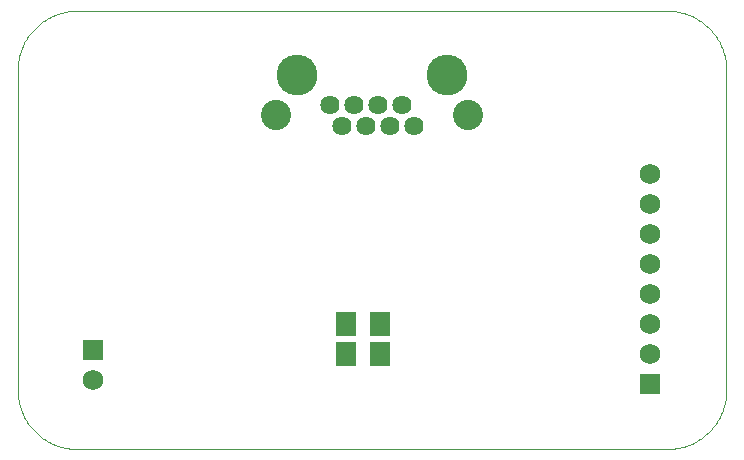
<source format=gts>
G04 EAGLE Gerber RS-274X export*
G75*
%MOMM*%
%FSLAX34Y34*%
%LPD*%
%INSolder Mask top*%
%IPPOS*%
%AMOC8*
5,1,8,0,0,1.08239X$1,22.5*%
G01*
%ADD10C,0.000000*%
%ADD11R,1.733200X1.733200*%
%ADD12C,1.733200*%
%ADD13R,1.803200X2.006200*%
%ADD14C,3.454400*%
%ADD15C,1.625600*%
%ADD16C,2.565400*%


D10*
X0Y321000D02*
X0Y50000D01*
X15Y48792D01*
X58Y47584D01*
X131Y46378D01*
X233Y45174D01*
X365Y43973D01*
X525Y42776D01*
X714Y41582D01*
X931Y40394D01*
X1178Y39211D01*
X1453Y38034D01*
X1756Y36865D01*
X2088Y35703D01*
X2447Y34549D01*
X2834Y33405D01*
X3249Y32270D01*
X3691Y31145D01*
X4160Y30032D01*
X4656Y28930D01*
X5179Y27840D01*
X5727Y26764D01*
X6302Y25701D01*
X6902Y24652D01*
X7527Y23618D01*
X8176Y22599D01*
X8851Y21597D01*
X9549Y20611D01*
X10271Y19642D01*
X11016Y18691D01*
X11784Y17758D01*
X12574Y16844D01*
X13387Y15949D01*
X14220Y15074D01*
X15074Y14220D01*
X15949Y13387D01*
X16844Y12574D01*
X17758Y11784D01*
X18691Y11016D01*
X19642Y10271D01*
X20611Y9549D01*
X21597Y8851D01*
X22599Y8176D01*
X23618Y7527D01*
X24652Y6902D01*
X25701Y6302D01*
X26764Y5727D01*
X27840Y5179D01*
X28930Y4656D01*
X30032Y4160D01*
X31145Y3691D01*
X32270Y3249D01*
X33405Y2834D01*
X34549Y2447D01*
X35703Y2088D01*
X36865Y1756D01*
X38034Y1453D01*
X39211Y1178D01*
X40394Y931D01*
X41582Y714D01*
X42776Y525D01*
X43973Y365D01*
X45174Y233D01*
X46378Y131D01*
X47584Y58D01*
X48792Y15D01*
X50000Y0D01*
X550000Y0D01*
X551208Y15D01*
X552416Y58D01*
X553622Y131D01*
X554826Y233D01*
X556027Y365D01*
X557224Y525D01*
X558418Y714D01*
X559606Y931D01*
X560789Y1178D01*
X561966Y1453D01*
X563135Y1756D01*
X564297Y2088D01*
X565451Y2447D01*
X566595Y2834D01*
X567730Y3249D01*
X568855Y3691D01*
X569968Y4160D01*
X571070Y4656D01*
X572160Y5179D01*
X573236Y5727D01*
X574299Y6302D01*
X575348Y6902D01*
X576382Y7527D01*
X577401Y8176D01*
X578403Y8851D01*
X579389Y9549D01*
X580358Y10271D01*
X581309Y11016D01*
X582242Y11784D01*
X583156Y12574D01*
X584051Y13387D01*
X584926Y14220D01*
X585780Y15074D01*
X586613Y15949D01*
X587426Y16844D01*
X588216Y17758D01*
X588984Y18691D01*
X589729Y19642D01*
X590451Y20611D01*
X591149Y21597D01*
X591824Y22599D01*
X592473Y23618D01*
X593098Y24652D01*
X593698Y25701D01*
X594273Y26764D01*
X594821Y27840D01*
X595344Y28930D01*
X595840Y30032D01*
X596309Y31145D01*
X596751Y32270D01*
X597166Y33405D01*
X597553Y34549D01*
X597912Y35703D01*
X598244Y36865D01*
X598547Y38034D01*
X598822Y39211D01*
X599069Y40394D01*
X599286Y41582D01*
X599475Y42776D01*
X599635Y43973D01*
X599767Y45174D01*
X599869Y46378D01*
X599942Y47584D01*
X599985Y48792D01*
X600000Y50000D01*
X600000Y321000D01*
X599985Y322208D01*
X599942Y323416D01*
X599869Y324622D01*
X599767Y325826D01*
X599635Y327027D01*
X599475Y328224D01*
X599286Y329418D01*
X599069Y330606D01*
X598822Y331789D01*
X598547Y332966D01*
X598244Y334135D01*
X597912Y335297D01*
X597553Y336451D01*
X597166Y337595D01*
X596751Y338730D01*
X596309Y339855D01*
X595840Y340968D01*
X595344Y342070D01*
X594821Y343160D01*
X594273Y344236D01*
X593698Y345299D01*
X593098Y346348D01*
X592473Y347382D01*
X591824Y348401D01*
X591149Y349403D01*
X590451Y350389D01*
X589729Y351358D01*
X588984Y352309D01*
X588216Y353242D01*
X587426Y354156D01*
X586613Y355051D01*
X585780Y355926D01*
X584926Y356780D01*
X584051Y357613D01*
X583156Y358426D01*
X582242Y359216D01*
X581309Y359984D01*
X580358Y360729D01*
X579389Y361451D01*
X578403Y362149D01*
X577401Y362824D01*
X576382Y363473D01*
X575348Y364098D01*
X574299Y364698D01*
X573236Y365273D01*
X572160Y365821D01*
X571070Y366344D01*
X569968Y366840D01*
X568855Y367309D01*
X567730Y367751D01*
X566595Y368166D01*
X565451Y368553D01*
X564297Y368912D01*
X563135Y369244D01*
X561966Y369547D01*
X560789Y369822D01*
X559606Y370069D01*
X558418Y370286D01*
X557224Y370475D01*
X556027Y370635D01*
X554826Y370767D01*
X553622Y370869D01*
X552416Y370942D01*
X551208Y370985D01*
X550000Y371000D01*
X50000Y371000D01*
X48792Y370985D01*
X47584Y370942D01*
X46378Y370869D01*
X45174Y370767D01*
X43973Y370635D01*
X42776Y370475D01*
X41582Y370286D01*
X40394Y370069D01*
X39211Y369822D01*
X38034Y369547D01*
X36865Y369244D01*
X35703Y368912D01*
X34549Y368553D01*
X33405Y368166D01*
X32270Y367751D01*
X31145Y367309D01*
X30032Y366840D01*
X28930Y366344D01*
X27840Y365821D01*
X26764Y365273D01*
X25701Y364698D01*
X24652Y364098D01*
X23618Y363473D01*
X22599Y362824D01*
X21597Y362149D01*
X20611Y361451D01*
X19642Y360729D01*
X18691Y359984D01*
X17758Y359216D01*
X16844Y358426D01*
X15949Y357613D01*
X15074Y356780D01*
X14220Y355926D01*
X13387Y355051D01*
X12574Y354156D01*
X11784Y353242D01*
X11016Y352309D01*
X10271Y351358D01*
X9549Y350389D01*
X8851Y349403D01*
X8176Y348401D01*
X7527Y347382D01*
X6902Y346348D01*
X6302Y345299D01*
X5727Y344236D01*
X5179Y343160D01*
X4656Y342070D01*
X4160Y340968D01*
X3691Y339855D01*
X3249Y338730D01*
X2834Y337595D01*
X2447Y336451D01*
X2088Y335297D01*
X1756Y334135D01*
X1453Y332966D01*
X1178Y331789D01*
X931Y330606D01*
X714Y329418D01*
X525Y328224D01*
X365Y327027D01*
X233Y325826D01*
X131Y324622D01*
X58Y323416D01*
X15Y322208D01*
X0Y321000D01*
D11*
X63500Y83500D03*
D12*
X63500Y58100D03*
X535000Y106200D03*
X535000Y131600D03*
X535000Y157000D03*
X535000Y182400D03*
X535000Y80800D03*
D11*
X535000Y55400D03*
D12*
X535000Y207800D03*
X535000Y233200D03*
D13*
X277880Y80800D03*
X306320Y80800D03*
X277880Y106200D03*
X306320Y106200D03*
D10*
X220244Y316700D02*
X220249Y317099D01*
X220264Y317498D01*
X220288Y317896D01*
X220322Y318293D01*
X220366Y318690D01*
X220420Y319085D01*
X220483Y319479D01*
X220556Y319871D01*
X220639Y320262D01*
X220731Y320650D01*
X220833Y321036D01*
X220944Y321419D01*
X221064Y321799D01*
X221194Y322176D01*
X221333Y322550D01*
X221481Y322921D01*
X221639Y323288D01*
X221805Y323650D01*
X221980Y324009D01*
X222163Y324363D01*
X222356Y324713D01*
X222557Y325057D01*
X222766Y325397D01*
X222984Y325731D01*
X223209Y326060D01*
X223443Y326384D01*
X223685Y326701D01*
X223934Y327013D01*
X224191Y327318D01*
X224455Y327617D01*
X224727Y327909D01*
X225005Y328195D01*
X225291Y328473D01*
X225583Y328745D01*
X225882Y329009D01*
X226187Y329266D01*
X226499Y329515D01*
X226816Y329757D01*
X227140Y329991D01*
X227469Y330216D01*
X227803Y330434D01*
X228143Y330643D01*
X228487Y330844D01*
X228837Y331037D01*
X229191Y331220D01*
X229550Y331395D01*
X229912Y331561D01*
X230279Y331719D01*
X230650Y331867D01*
X231024Y332006D01*
X231401Y332136D01*
X231781Y332256D01*
X232164Y332367D01*
X232550Y332469D01*
X232938Y332561D01*
X233329Y332644D01*
X233721Y332717D01*
X234115Y332780D01*
X234510Y332834D01*
X234907Y332878D01*
X235304Y332912D01*
X235702Y332936D01*
X236101Y332951D01*
X236500Y332956D01*
X236899Y332951D01*
X237298Y332936D01*
X237696Y332912D01*
X238093Y332878D01*
X238490Y332834D01*
X238885Y332780D01*
X239279Y332717D01*
X239671Y332644D01*
X240062Y332561D01*
X240450Y332469D01*
X240836Y332367D01*
X241219Y332256D01*
X241599Y332136D01*
X241976Y332006D01*
X242350Y331867D01*
X242721Y331719D01*
X243088Y331561D01*
X243450Y331395D01*
X243809Y331220D01*
X244163Y331037D01*
X244513Y330844D01*
X244857Y330643D01*
X245197Y330434D01*
X245531Y330216D01*
X245860Y329991D01*
X246184Y329757D01*
X246501Y329515D01*
X246813Y329266D01*
X247118Y329009D01*
X247417Y328745D01*
X247709Y328473D01*
X247995Y328195D01*
X248273Y327909D01*
X248545Y327617D01*
X248809Y327318D01*
X249066Y327013D01*
X249315Y326701D01*
X249557Y326384D01*
X249791Y326060D01*
X250016Y325731D01*
X250234Y325397D01*
X250443Y325057D01*
X250644Y324713D01*
X250837Y324363D01*
X251020Y324009D01*
X251195Y323650D01*
X251361Y323288D01*
X251519Y322921D01*
X251667Y322550D01*
X251806Y322176D01*
X251936Y321799D01*
X252056Y321419D01*
X252167Y321036D01*
X252269Y320650D01*
X252361Y320262D01*
X252444Y319871D01*
X252517Y319479D01*
X252580Y319085D01*
X252634Y318690D01*
X252678Y318293D01*
X252712Y317896D01*
X252736Y317498D01*
X252751Y317099D01*
X252756Y316700D01*
X252751Y316301D01*
X252736Y315902D01*
X252712Y315504D01*
X252678Y315107D01*
X252634Y314710D01*
X252580Y314315D01*
X252517Y313921D01*
X252444Y313529D01*
X252361Y313138D01*
X252269Y312750D01*
X252167Y312364D01*
X252056Y311981D01*
X251936Y311601D01*
X251806Y311224D01*
X251667Y310850D01*
X251519Y310479D01*
X251361Y310112D01*
X251195Y309750D01*
X251020Y309391D01*
X250837Y309037D01*
X250644Y308687D01*
X250443Y308343D01*
X250234Y308003D01*
X250016Y307669D01*
X249791Y307340D01*
X249557Y307016D01*
X249315Y306699D01*
X249066Y306387D01*
X248809Y306082D01*
X248545Y305783D01*
X248273Y305491D01*
X247995Y305205D01*
X247709Y304927D01*
X247417Y304655D01*
X247118Y304391D01*
X246813Y304134D01*
X246501Y303885D01*
X246184Y303643D01*
X245860Y303409D01*
X245531Y303184D01*
X245197Y302966D01*
X244857Y302757D01*
X244513Y302556D01*
X244163Y302363D01*
X243809Y302180D01*
X243450Y302005D01*
X243088Y301839D01*
X242721Y301681D01*
X242350Y301533D01*
X241976Y301394D01*
X241599Y301264D01*
X241219Y301144D01*
X240836Y301033D01*
X240450Y300931D01*
X240062Y300839D01*
X239671Y300756D01*
X239279Y300683D01*
X238885Y300620D01*
X238490Y300566D01*
X238093Y300522D01*
X237696Y300488D01*
X237298Y300464D01*
X236899Y300449D01*
X236500Y300444D01*
X236101Y300449D01*
X235702Y300464D01*
X235304Y300488D01*
X234907Y300522D01*
X234510Y300566D01*
X234115Y300620D01*
X233721Y300683D01*
X233329Y300756D01*
X232938Y300839D01*
X232550Y300931D01*
X232164Y301033D01*
X231781Y301144D01*
X231401Y301264D01*
X231024Y301394D01*
X230650Y301533D01*
X230279Y301681D01*
X229912Y301839D01*
X229550Y302005D01*
X229191Y302180D01*
X228837Y302363D01*
X228487Y302556D01*
X228143Y302757D01*
X227803Y302966D01*
X227469Y303184D01*
X227140Y303409D01*
X226816Y303643D01*
X226499Y303885D01*
X226187Y304134D01*
X225882Y304391D01*
X225583Y304655D01*
X225291Y304927D01*
X225005Y305205D01*
X224727Y305491D01*
X224455Y305783D01*
X224191Y306082D01*
X223934Y306387D01*
X223685Y306699D01*
X223443Y307016D01*
X223209Y307340D01*
X222984Y307669D01*
X222766Y308003D01*
X222557Y308343D01*
X222356Y308687D01*
X222163Y309037D01*
X221980Y309391D01*
X221805Y309750D01*
X221639Y310112D01*
X221481Y310479D01*
X221333Y310850D01*
X221194Y311224D01*
X221064Y311601D01*
X220944Y311981D01*
X220833Y312364D01*
X220731Y312750D01*
X220639Y313138D01*
X220556Y313529D01*
X220483Y313921D01*
X220420Y314315D01*
X220366Y314710D01*
X220322Y315107D01*
X220288Y315504D01*
X220264Y315902D01*
X220249Y316301D01*
X220244Y316700D01*
D14*
X236500Y316700D03*
D10*
X347244Y316700D02*
X347249Y317099D01*
X347264Y317498D01*
X347288Y317896D01*
X347322Y318293D01*
X347366Y318690D01*
X347420Y319085D01*
X347483Y319479D01*
X347556Y319871D01*
X347639Y320262D01*
X347731Y320650D01*
X347833Y321036D01*
X347944Y321419D01*
X348064Y321799D01*
X348194Y322176D01*
X348333Y322550D01*
X348481Y322921D01*
X348639Y323288D01*
X348805Y323650D01*
X348980Y324009D01*
X349163Y324363D01*
X349356Y324713D01*
X349557Y325057D01*
X349766Y325397D01*
X349984Y325731D01*
X350209Y326060D01*
X350443Y326384D01*
X350685Y326701D01*
X350934Y327013D01*
X351191Y327318D01*
X351455Y327617D01*
X351727Y327909D01*
X352005Y328195D01*
X352291Y328473D01*
X352583Y328745D01*
X352882Y329009D01*
X353187Y329266D01*
X353499Y329515D01*
X353816Y329757D01*
X354140Y329991D01*
X354469Y330216D01*
X354803Y330434D01*
X355143Y330643D01*
X355487Y330844D01*
X355837Y331037D01*
X356191Y331220D01*
X356550Y331395D01*
X356912Y331561D01*
X357279Y331719D01*
X357650Y331867D01*
X358024Y332006D01*
X358401Y332136D01*
X358781Y332256D01*
X359164Y332367D01*
X359550Y332469D01*
X359938Y332561D01*
X360329Y332644D01*
X360721Y332717D01*
X361115Y332780D01*
X361510Y332834D01*
X361907Y332878D01*
X362304Y332912D01*
X362702Y332936D01*
X363101Y332951D01*
X363500Y332956D01*
X363899Y332951D01*
X364298Y332936D01*
X364696Y332912D01*
X365093Y332878D01*
X365490Y332834D01*
X365885Y332780D01*
X366279Y332717D01*
X366671Y332644D01*
X367062Y332561D01*
X367450Y332469D01*
X367836Y332367D01*
X368219Y332256D01*
X368599Y332136D01*
X368976Y332006D01*
X369350Y331867D01*
X369721Y331719D01*
X370088Y331561D01*
X370450Y331395D01*
X370809Y331220D01*
X371163Y331037D01*
X371513Y330844D01*
X371857Y330643D01*
X372197Y330434D01*
X372531Y330216D01*
X372860Y329991D01*
X373184Y329757D01*
X373501Y329515D01*
X373813Y329266D01*
X374118Y329009D01*
X374417Y328745D01*
X374709Y328473D01*
X374995Y328195D01*
X375273Y327909D01*
X375545Y327617D01*
X375809Y327318D01*
X376066Y327013D01*
X376315Y326701D01*
X376557Y326384D01*
X376791Y326060D01*
X377016Y325731D01*
X377234Y325397D01*
X377443Y325057D01*
X377644Y324713D01*
X377837Y324363D01*
X378020Y324009D01*
X378195Y323650D01*
X378361Y323288D01*
X378519Y322921D01*
X378667Y322550D01*
X378806Y322176D01*
X378936Y321799D01*
X379056Y321419D01*
X379167Y321036D01*
X379269Y320650D01*
X379361Y320262D01*
X379444Y319871D01*
X379517Y319479D01*
X379580Y319085D01*
X379634Y318690D01*
X379678Y318293D01*
X379712Y317896D01*
X379736Y317498D01*
X379751Y317099D01*
X379756Y316700D01*
X379751Y316301D01*
X379736Y315902D01*
X379712Y315504D01*
X379678Y315107D01*
X379634Y314710D01*
X379580Y314315D01*
X379517Y313921D01*
X379444Y313529D01*
X379361Y313138D01*
X379269Y312750D01*
X379167Y312364D01*
X379056Y311981D01*
X378936Y311601D01*
X378806Y311224D01*
X378667Y310850D01*
X378519Y310479D01*
X378361Y310112D01*
X378195Y309750D01*
X378020Y309391D01*
X377837Y309037D01*
X377644Y308687D01*
X377443Y308343D01*
X377234Y308003D01*
X377016Y307669D01*
X376791Y307340D01*
X376557Y307016D01*
X376315Y306699D01*
X376066Y306387D01*
X375809Y306082D01*
X375545Y305783D01*
X375273Y305491D01*
X374995Y305205D01*
X374709Y304927D01*
X374417Y304655D01*
X374118Y304391D01*
X373813Y304134D01*
X373501Y303885D01*
X373184Y303643D01*
X372860Y303409D01*
X372531Y303184D01*
X372197Y302966D01*
X371857Y302757D01*
X371513Y302556D01*
X371163Y302363D01*
X370809Y302180D01*
X370450Y302005D01*
X370088Y301839D01*
X369721Y301681D01*
X369350Y301533D01*
X368976Y301394D01*
X368599Y301264D01*
X368219Y301144D01*
X367836Y301033D01*
X367450Y300931D01*
X367062Y300839D01*
X366671Y300756D01*
X366279Y300683D01*
X365885Y300620D01*
X365490Y300566D01*
X365093Y300522D01*
X364696Y300488D01*
X364298Y300464D01*
X363899Y300449D01*
X363500Y300444D01*
X363101Y300449D01*
X362702Y300464D01*
X362304Y300488D01*
X361907Y300522D01*
X361510Y300566D01*
X361115Y300620D01*
X360721Y300683D01*
X360329Y300756D01*
X359938Y300839D01*
X359550Y300931D01*
X359164Y301033D01*
X358781Y301144D01*
X358401Y301264D01*
X358024Y301394D01*
X357650Y301533D01*
X357279Y301681D01*
X356912Y301839D01*
X356550Y302005D01*
X356191Y302180D01*
X355837Y302363D01*
X355487Y302556D01*
X355143Y302757D01*
X354803Y302966D01*
X354469Y303184D01*
X354140Y303409D01*
X353816Y303643D01*
X353499Y303885D01*
X353187Y304134D01*
X352882Y304391D01*
X352583Y304655D01*
X352291Y304927D01*
X352005Y305205D01*
X351727Y305491D01*
X351455Y305783D01*
X351191Y306082D01*
X350934Y306387D01*
X350685Y306699D01*
X350443Y307016D01*
X350209Y307340D01*
X349984Y307669D01*
X349766Y308003D01*
X349557Y308343D01*
X349356Y308687D01*
X349163Y309037D01*
X348980Y309391D01*
X348805Y309750D01*
X348639Y310112D01*
X348481Y310479D01*
X348333Y310850D01*
X348194Y311224D01*
X348064Y311601D01*
X347944Y311981D01*
X347833Y312364D01*
X347731Y312750D01*
X347639Y313138D01*
X347556Y313529D01*
X347483Y313921D01*
X347420Y314315D01*
X347366Y314710D01*
X347322Y315107D01*
X347288Y315504D01*
X347264Y315902D01*
X347249Y316301D01*
X347244Y316700D01*
D14*
X363500Y316700D03*
D15*
X264440Y291300D03*
X274600Y273520D03*
X284760Y291300D03*
X294920Y273520D03*
X305080Y291300D03*
X315240Y273520D03*
X325400Y291300D03*
X335560Y273520D03*
D16*
X381026Y282410D03*
X218974Y282410D03*
M02*

</source>
